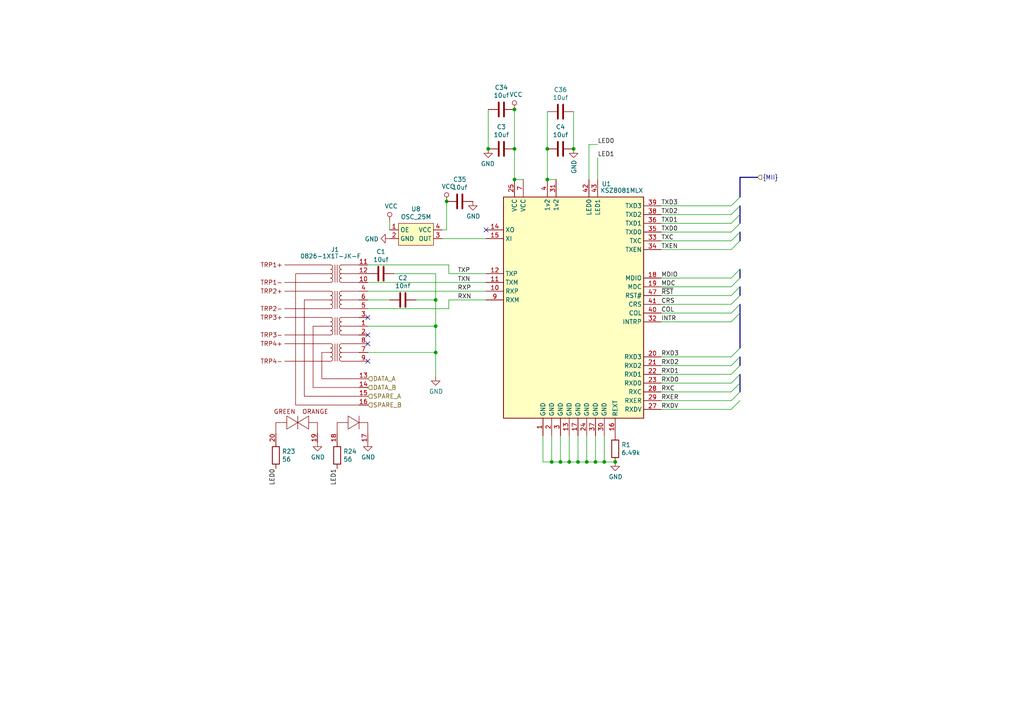
<source format=kicad_sch>
(kicad_sch (version 20200512) (host eeschema "5.99.0-unknown-711fc99~101~ubuntu20.04.1")
  (page 1 7)
  (paper "A4")
  (lib_symbols
    (symbol "Device:C" (pin_numbers hide) (pin_names (offset 0.254))
      (property "Reference" "C" (at 0.635 2.54 0))
      (property "Value" "C" (at 0.635 -2.54 0))
      (symbol "C_0_1"
        (polyline (pts (xy -2.032 -0.762) (xy 2.032 -0.762)) (stroke (width 0.508)))
        (polyline (pts (xy -2.032 0.762) (xy 2.032 0.762)) (stroke (width 0.508)))
      )
      (symbol "C_1_1"
        (pin passive line (at 0 3.81 270) (length 2.794) (name "~") (number "1"))
        (pin passive line (at 0 -3.81 90) (length 2.794) (name "~") (number "2"))
      )
    )
    (symbol "Device:C_1" (pin_numbers hide) (pin_names (offset 0.254))
      (property "Reference" "C" (at 0.635 2.54 0))
      (property "Value" "C" (at 0.635 -2.54 0))
      (symbol "C_1_0_1"
        (polyline (pts (xy -2.032 -0.762) (xy 2.032 -0.762)) (stroke (width 0.508)))
        (polyline (pts (xy -2.032 0.762) (xy 2.032 0.762)) (stroke (width 0.508)))
      )
      (symbol "C_1_1_1"
        (pin passive line (at 0 3.81 270) (length 2.794) (name "~") (number "1"))
        (pin passive line (at 0 -3.81 90) (length 2.794) (name "~") (number "2"))
      )
    )
    (symbol "Device:C_2" (pin_numbers hide) (pin_names (offset 0.254))
      (property "Reference" "C" (at 0.635 2.54 0))
      (property "Value" "C" (at 0.635 -2.54 0))
      (symbol "C_2_0_1"
        (polyline (pts (xy -2.032 -0.762) (xy 2.032 -0.762)) (stroke (width 0.508)))
        (polyline (pts (xy -2.032 0.762) (xy 2.032 0.762)) (stroke (width 0.508)))
      )
      (symbol "C_2_1_1"
        (pin passive line (at 0 3.81 270) (length 2.794) (name "~") (number "1"))
        (pin passive line (at 0 -3.81 90) (length 2.794) (name "~") (number "2"))
      )
    )
    (symbol "Device:C_3" (pin_numbers hide) (pin_names (offset 0.254))
      (property "Reference" "C" (at 0.635 2.54 0))
      (property "Value" "C" (at 0.635 -2.54 0))
      (symbol "C_3_0_1"
        (polyline (pts (xy -2.032 -0.762) (xy 2.032 -0.762)) (stroke (width 0.508)))
        (polyline (pts (xy -2.032 0.762) (xy 2.032 0.762)) (stroke (width 0.508)))
      )
      (symbol "C_3_1_1"
        (pin passive line (at 0 3.81 270) (length 2.794) (name "~") (number "1"))
        (pin passive line (at 0 -3.81 90) (length 2.794) (name "~") (number "2"))
      )
    )
    (symbol "Device:C_4" (pin_numbers hide) (pin_names (offset 0.254))
      (property "Reference" "C" (at 0.635 2.54 0))
      (property "Value" "C" (at 0.635 -2.54 0))
      (symbol "C_4_0_1"
        (polyline (pts (xy -2.032 -0.762) (xy 2.032 -0.762)) (stroke (width 0.508)))
        (polyline (pts (xy -2.032 0.762) (xy 2.032 0.762)) (stroke (width 0.508)))
      )
      (symbol "C_4_1_1"
        (pin passive line (at 0 3.81 270) (length 2.794) (name "~") (number "1"))
        (pin passive line (at 0 -3.81 90) (length 2.794) (name "~") (number "2"))
      )
    )
    (symbol "Device:C_5" (pin_numbers hide) (pin_names (offset 0.254))
      (property "Reference" "C" (at 0.635 2.54 0))
      (property "Value" "C" (at 0.635 -2.54 0))
      (symbol "C_5_0_1"
        (polyline (pts (xy -2.032 -0.762) (xy 2.032 -0.762)) (stroke (width 0.508)))
        (polyline (pts (xy -2.032 0.762) (xy 2.032 0.762)) (stroke (width 0.508)))
      )
      (symbol "C_5_1_1"
        (pin passive line (at 0 3.81 270) (length 2.794) (name "~") (number "1"))
        (pin passive line (at 0 -3.81 90) (length 2.794) (name "~") (number "2"))
      )
    )
    (symbol "Device:C_6" (pin_numbers hide) (pin_names (offset 0.254))
      (property "Reference" "C" (at 0.635 2.54 0))
      (property "Value" "C" (at 0.635 -2.54 0))
      (symbol "C_6_0_1"
        (polyline (pts (xy -2.032 -0.762) (xy 2.032 -0.762)) (stroke (width 0.508)))
        (polyline (pts (xy -2.032 0.762) (xy 2.032 0.762)) (stroke (width 0.508)))
      )
      (symbol "C_6_1_1"
        (pin passive line (at 0 3.81 270) (length 2.794) (name "~") (number "1"))
        (pin passive line (at 0 -3.81 90) (length 2.794) (name "~") (number "2"))
      )
    )
    (symbol "Device:R" (pin_numbers hide) (pin_names (offset 0))
      (property "Reference" "R" (at 2.032 0 90))
      (property "Value" "R" (at 0 0 90))
      (symbol "R_0_1"
        (rectangle (start -1.016 -2.54) (end 1.016 2.54) (stroke (width 0.254)))
      )
      (symbol "R_1_1"
        (pin passive line (at 0 3.81 270) (length 1.27) (name "~") (number "1"))
        (pin passive line (at 0 -3.81 90) (length 1.27) (name "~") (number "2"))
      )
    )
    (symbol "Device:R_1" (pin_numbers hide) (pin_names (offset 0))
      (property "Reference" "R" (at 2.032 0 90))
      (property "Value" "R" (at 0 0 90))
      (symbol "R_1_0_1"
        (rectangle (start -1.016 -2.54) (end 1.016 2.54) (stroke (width 0.254)))
      )
      (symbol "R_1_1_1"
        (pin passive line (at 0 3.81 270) (length 1.27) (name "~") (number "1"))
        (pin passive line (at 0 -3.81 90) (length 1.27) (name "~") (number "2"))
      )
    )
    (symbol "Device:R_2" (pin_numbers hide) (pin_names (offset 0))
      (property "Reference" "R" (at 2.032 0 90))
      (property "Value" "R" (at 0 0 90))
      (symbol "R_2_0_1"
        (rectangle (start -1.016 -2.54) (end 1.016 2.54) (stroke (width 0.254)))
      )
      (symbol "R_2_1_1"
        (pin passive line (at 0 3.81 270) (length 1.27) (name "~") (number "1"))
        (pin passive line (at 0 -3.81 90) (length 1.27) (name "~") (number "2"))
      )
    )
    (symbol "h75_poe:0826-1X1T-JK-F"
      (property "Reference" "J" (at -2.54 16.51 0))
      (property "Value" "0826-1X1T-JK-F" (at -2.54 18.415 0))
      (symbol "0826-1X1T-JK-F_0_1"
        (arc (start -4.445 13.97) (end -3.81 13.335) (radius (at -4.445 13.335) (length 0.635) (angles 90 0)))
        (arc (start -3.81 13.335) (end -4.445 12.7) (radius (at -4.445 13.335) (length 0.635) (angles 0 -90)))
        (arc (start -4.445 12.7) (end -3.81 12.065) (radius (at -4.445 12.065) (length 0.635) (angles 90 0)))
        (arc (start -3.81 12.065) (end -4.445 11.43) (radius (at -4.445 12.065) (length 0.635) (angles 0 -90)))
        (arc (start -4.445 11.43) (end -3.81 10.795) (radius (at -4.445 10.795) (length 0.635) (angles 90 0)))
        (arc (start -3.81 10.795) (end -4.445 10.16) (radius (at -4.445 10.795) (length 0.635) (angles 0 -90)))
        (arc (start -4.445 10.16) (end -3.81 9.525) (radius (at -4.445 9.525) (length 0.635) (angles 90 0)))
        (arc (start -3.81 9.525) (end -4.445 8.89) (radius (at -4.445 9.525) (length 0.635) (angles 0 -90)))
        (arc (start -4.445 6.35) (end -3.81 5.715) (radius (at -4.445 5.715) (length 0.635) (angles 90 0)))
        (arc (start -3.81 5.715) (end -4.445 5.08) (radius (at -4.445 5.715) (length 0.635) (angles 0 -90)))
        (arc (start -4.445 5.08) (end -3.81 4.445) (radius (at -4.445 4.445) (length 0.635) (angles 90 0)))
        (arc (start -3.81 4.445) (end -4.445 3.81) (radius (at -4.445 4.445) (length 0.635) (angles 0 -90)))
        (arc (start -4.445 3.81) (end -3.81 3.175) (radius (at -4.445 3.175) (length 0.635) (angles 90 0)))
        (arc (start -3.81 3.175) (end -4.445 2.54) (radius (at -4.445 3.175) (length 0.635) (angles 0 -90)))
        (arc (start -4.445 2.54) (end -3.81 1.905) (radius (at -4.445 1.905) (length 0.635) (angles 90 0)))
        (arc (start -3.81 1.905) (end -4.445 1.27) (radius (at -4.445 1.905) (length 0.635) (angles 0 -90)))
        (arc (start -4.445 -1.27) (end -3.81 -1.905) (radius (at -4.445 -1.905) (length 0.635) (angles 90 0)))
        (arc (start -3.81 -1.905) (end -4.445 -2.54) (radius (at -4.445 -1.905) (length 0.635) (angles 0 -90)))
        (arc (start -4.445 -2.54) (end -3.81 -3.175) (radius (at -4.445 -3.175) (length 0.635) (angles 90 0)))
        (arc (start -3.81 -3.175) (end -4.445 -3.81) (radius (at -4.445 -3.175) (length 0.635) (angles 0 -90)))
        (arc (start -4.445 -3.81) (end -3.81 -4.445) (radius (at -4.445 -4.445) (length 0.635) (angles 90 0)))
        (arc (start -3.81 -4.445) (end -4.445 -5.08) (radius (at -4.445 -4.445) (length 0.635) (angles 0 -90)))
        (arc (start -4.445 -5.08) (end -3.81 -5.715) (radius (at -4.445 -5.715) (length 0.635) (angles 90 0)))
        (arc (start -3.81 -5.715) (end -4.445 -6.35) (radius (at -4.445 -5.715) (length 0.635) (angles 0 -90)))
        (arc (start -4.445 -8.89) (end -3.81 -9.525) (radius (at -4.445 -9.525) (length 0.635) (angles 90 0)))
        (arc (start -3.81 -9.525) (end -4.445 -10.16) (radius (at -4.445 -9.525) (length 0.635) (angles 0 -90)))
        (arc (start -4.445 -10.16) (end -3.81 -10.795) (radius (at -4.445 -10.795) (length 0.635) (angles 90 0)))
        (arc (start -3.81 -10.795) (end -4.445 -11.43) (radius (at -4.445 -10.795) (length 0.635) (angles 0 -90)))
        (arc (start -4.445 -11.43) (end -3.81 -12.065) (radius (at -4.445 -12.065) (length 0.635) (angles 90 0)))
        (arc (start -3.81 -12.065) (end -4.445 -12.7) (radius (at -4.445 -12.065) (length 0.635) (angles 0 -90)))
        (arc (start -4.445 -12.7) (end -3.81 -13.335) (radius (at -4.445 -13.335) (length 0.635) (angles 90 0)))
        (arc (start -3.81 -13.335) (end -4.445 -13.97) (radius (at -4.445 -13.335) (length 0.635) (angles 0 -90)))
        (arc (start -1.905 13.335) (end -1.27 13.97) (radius (at -1.27 13.335) (length 0.635) (angles 180 90)))
        (arc (start -1.27 12.7) (end -1.905 13.335) (radius (at -1.27 13.335) (length 0.635) (angles -90 180)))
        (arc (start -1.905 12.065) (end -1.27 12.7) (radius (at -1.27 12.065) (length 0.635) (angles 180 90)))
        (arc (start -1.27 11.43) (end -1.905 12.065) (radius (at -1.27 12.065) (length 0.635) (angles -90 180)))
        (arc (start -1.905 10.795) (end -1.27 11.43) (radius (at -1.27 10.795) (length 0.635) (angles 180 90)))
        (arc (start -1.27 10.16) (end -1.905 10.795) (radius (at -1.27 10.795) (length 0.635) (angles -90 180)))
        (arc (start -1.905 9.525) (end -1.27 10.16) (radius (at -1.27 9.525) (length 0.635) (angles 180 90)))
        (arc (start -1.27 8.89) (end -1.905 9.525) (radius (at -1.27 9.525) (length 0.635) (angles -90 180)))
        (arc (start -1.905 5.715) (end -1.27 6.35) (radius (at -1.27 5.715) (length 0.635) (angles 180 90)))
        (arc (start -1.27 5.08) (end -1.905 5.715) (radius (at -1.27 5.715) (length 0.635) (angles -90 180)))
        (arc (start -1.905 4.445) (end -1.27 5.08) (radius (at -1.27 4.445) (length 0.635) (angles 180 90)))
        (arc (start -1.27 3.81) (end -1.905 4.445) (radius (at -1.27 4.445) (length 0.635) (angles -90 180)))
        (arc (start -1.905 3.175) (end -1.27 3.81) (radius (at -1.27 3.175) (length 0.635) (angles 180 90)))
        (arc (start -1.27 2.54) (end -1.905 3.175) (radius (at -1.27 3.175) (length 0.635) (angles -90 180)))
        (arc (start -1.905 1.905) (end -1.27 2.54) (radius (at -1.27 1.905) (length 0.635) (angles 180 90)))
        (arc (start -1.27 1.27) (end -1.905 1.905) (radius (at -1.27 1.905) (length 0.635) (angles -90 180)))
        (arc (start -1.905 -1.905) (end -1.27 -1.27) (radius (at -1.27 -1.905) (length 0.635) (angles 180 90)))
        (arc (start -1.27 -2.54) (end -1.905 -1.905) (radius (at -1.27 -1.905) (length 0.635) (angles -90 180)))
        (arc (start -1.905 -3.175) (end -1.27 -2.54) (radius (at -1.27 -3.175) (length 0.635) (angles 180 90)))
        (arc (start -1.27 -3.81) (end -1.905 -3.175) (radius (at -1.27 -3.175) (length 0.635) (angles -90 180)))
        (arc (start -1.905 -4.445) (end -1.27 -3.81) (radius (at -1.27 -4.445) (length 0.635) (angles 180 90)))
        (arc (start -1.27 -5.08) (end -1.905 -4.445) (radius (at -1.27 -4.445) (length 0.635) (angles -90 180)))
        (arc (start -1.905 -5.715) (end -1.27 -5.08) (radius (at -1.27 -5.715) (length 0.635) (angles 180 90)))
        (arc (start -1.27 -6.35) (end -1.905 -5.715) (radius (at -1.27 -5.715) (length 0.635) (angles -90 180)))
        (arc (start -1.905 -9.525) (end -1.27 -8.89) (radius (at -1.27 -9.525) (length 0.635) (angles 180 90)))
        (arc (start -1.27 -10.16) (end -1.905 -9.525) (radius (at -1.27 -9.525) (length 0.635) (angles -90 180)))
        (arc (start -1.905 -10.795) (end -1.27 -10.16) (radius (at -1.27 -10.795) (length 0.635) (angles 180 90)))
        (arc (start -1.27 -11.43) (end -1.905 -10.795) (radius (at -1.27 -10.795) (length 0.635) (angles -90 180)))
        (arc (start -1.905 -12.065) (end -1.27 -11.43) (radius (at -1.27 -12.065) (length 0.635) (angles 180 90)))
        (arc (start -1.27 -12.7) (end -1.905 -12.065) (radius (at -1.27 -12.065) (length 0.635) (angles -90 180)))
        (arc (start -1.905 -13.335) (end -1.27 -12.7) (radius (at -1.27 -13.335) (length 0.635) (angles 180 90)))
        (arc (start -1.27 -13.97) (end -1.905 -13.335) (radius (at -1.27 -13.335) (length 0.635) (angles -90 180)))
        (polyline (pts (xy -4.445 13.97) (xy -9.525 13.97)))
        (polyline (pts (xy -4.445 11.43) (xy -9.525 11.43)))
        (polyline (pts (xy -4.445 8.89) (xy -9.525 8.89)))
        (polyline (pts (xy -4.445 6.35) (xy -9.525 6.35)))
        (polyline (pts (xy -4.445 3.81) (xy -9.525 3.81)))
        (polyline (pts (xy -4.445 1.27) (xy -9.525 1.27)))
        (polyline (pts (xy -4.445 -1.27) (xy -9.525 -1.27)))
        (polyline (pts (xy -4.445 -3.81) (xy -9.525 -3.81)))
        (polyline (pts (xy -4.445 -6.35) (xy -9.525 -6.35)))
        (polyline (pts (xy -4.445 -8.89) (xy -9.525 -8.89)))
        (polyline (pts (xy -4.445 -11.43) (xy -9.525 -11.43)))
        (polyline (pts (xy -4.445 -13.97) (xy -9.525 -13.97)))
        (polyline (pts (xy -3.175 -8.89) (xy -3.175 -13.97)))
        (polyline (pts (xy -2.54 -8.89) (xy -2.54 -13.97)))
        (polyline (pts (xy -3.175 -1.27) (xy -3.175 -6.35)))
        (polyline (pts (xy -2.54 -1.27) (xy -2.54 -6.35)))
        (polyline (pts (xy -3.175 6.35) (xy -3.175 1.27)))
        (polyline (pts (xy -2.54 6.35) (xy -2.54 1.27)))
        (polyline (pts (xy -3.175 13.97) (xy -3.175 8.89)))
        (polyline (pts (xy -2.54 13.97) (xy -2.54 8.89)))
        (polyline (pts (xy -1.27 13.97) (xy 12.065 13.97)))
        (polyline (pts (xy -1.27 11.43) (xy 3.81 11.43)))
        (polyline (pts (xy -1.27 8.89) (xy 12.065 8.89)))
        (polyline (pts (xy -1.27 6.35) (xy 12.065 6.35)))
        (polyline (pts (xy -1.27 3.81) (xy 6.35 3.81)))
        (polyline (pts (xy -1.27 1.27) (xy 12.065 1.27)))
        (polyline (pts (xy -1.27 -1.27) (xy 12.065 -1.27)))
        (polyline (pts (xy -1.27 -3.81) (xy 3.81 -3.81)))
        (polyline (pts (xy -1.27 -6.35) (xy 12.065 -6.35)))
        (polyline (pts (xy -1.27 -8.89) (xy 12.065 -8.89)))
        (polyline (pts (xy -1.27 -13.97) (xy 12.065 -13.97)))
        (polyline (pts (xy -1.27 -11.43) (xy 1.27 -11.43) (xy 1.27 -19.05) (xy -9.525 -19.05)))
        (polyline (pts (xy 3.81 -3.81) (xy 3.81 -21.59) (xy -9.525 -21.59)))
        (polyline (pts (xy 6.35 3.81) (xy 6.35 -24.13) (xy -9.525 -24.13)))
        (polyline (pts (xy 3.81 11.43) (xy 8.89 11.43) (xy 8.89 -26.67) (xy -9.525 -26.67)))
        (polyline (pts (xy -12.065 -34.925) (xy -12.065 -31.75) (xy -9.525 -31.75)))
        (polyline (pts (xy -9.525 -29.845) (xy -9.525 -33.655)))
        (polyline (pts (xy -9.525 -31.75) (xy -6.35 -29.845) (xy -6.35 -33.655) (xy -9.525 -31.75)))
        (polyline (pts (xy -6.35 -31.75) (xy -3.175 -31.75) (xy -3.175 -34.925)))
        (polyline (pts (xy 2.54 -34.925) (xy 2.54 -31.75) (xy 5.08 -31.75)))
        (polyline (pts (xy 8.255 -29.845) (xy 8.255 -33.655)))
        (polyline (pts (xy 8.255 -31.75) (xy 11.43 -29.845) (xy 11.43 -33.655) (xy 8.255 -31.75)))
        (polyline (pts (xy 11.43 -31.75) (xy 14.605 -31.75) (xy 14.605 -34.925)))
        (polyline (pts (xy 8.255 -31.75) (xy 5.08 -33.655) (xy 5.08 -29.845) (xy 8.255 -31.75)))
      )
      (symbol "0826-1X1T-JK-F_0_0"
        (text "" (at -4.445 13.97 0) (effects (font (size 1.27 1.27))))
        (text "" (at -2.54 16.51 0) (effects (font (size 1.27 1.27))))
        (text "" (at -1.27 16.51 0) (effects (font (size 1.27 1.27))))
        (text "" (at -3.175 14.605 0) (effects (font (size 1.27 1.27))))
        (text "" (at -2.54 16.51 0) (effects (font (size 1.27 1.27))))
        (text "" (at -1.905 17.78 0) (effects (font (size 1.27 1.27))))
        (text "" (at 5.08 -25.4 0) (effects (font (size 1.27 1.27))))
        (text "" (at -10.16 26.67 0) (effects (font (size 1.27 1.27))))
        (text "TRP1+" (at 15.875 13.97 0) (effects (font (size 1.27 1.27))))
        (text "TRP1-" (at 15.875 8.89 0) (effects (font (size 1.27 1.27))))
        (text "TRP2+" (at 15.875 6.35 0) (effects (font (size 1.27 1.27))))
        (text "TRP2-" (at 15.875 1.27 0) (effects (font (size 1.27 1.27))))
        (text "TRP3+" (at 15.875 -1.27 0) (effects (font (size 1.27 1.27))))
        (text "TRP3-" (at 15.875 -6.35 0) (effects (font (size 1.27 1.27))))
        (text "TRP4+" (at 15.875 -8.89 0) (effects (font (size 1.27 1.27))))
        (text "TRP4-" (at 15.875 -13.97 0) (effects (font (size 1.27 1.27))))
        (text "" (at 13.335 -35.56 0) (effects (font (size 1.27 1.27))))
        (text "" (at 9.525 -31.75 0) (effects (font (size 1.27 1.27))))
        (text "" (at 5.715 -3.81 0) (effects (font (size 1.27 1.27))))
        (text "ORANGE" (at 3.175 -28.575 0) (effects (font (size 1.27 1.27))))
        (text "GREEN" (at 12.065 -28.575 0) (effects (font (size 1.27 1.27))))
      )
      (symbol "0826-1X1T-JK-F_1_1"
        (pin input line (at -12.065 -19.05 0) (length 2.54) (name "~") (number "13"))
        (pin input line (at -12.065 -21.59 0) (length 2.54) (name "~") (number "14"))
        (pin input line (at -12.065 -3.81 0) (length 2.54) (name "~") (number "1"))
        (pin input line (at -12.065 -6.35 0) (length 2.54) (name "~") (number "2"))
        (pin input line (at -12.065 -1.27 0) (length 2.54) (name "~") (number "3"))
        (pin input line (at -12.065 6.35 0) (length 2.54) (name "~") (number "4"))
        (pin input line (at -12.065 1.27 0) (length 2.54) (name "~") (number "5"))
        (pin input line (at -12.065 3.81 0) (length 2.54) (name "~") (number "6"))
        (pin input line (at -12.065 -11.43 0) (length 2.54) (name "~") (number "7"))
        (pin input line (at -12.065 -8.89 0) (length 2.54) (name "~") (number "8"))
        (pin input line (at -12.065 -13.97 0) (length 2.54) (name "~") (number "9"))
        (pin input line (at -12.065 8.89 0) (length 2.54) (name "~") (number "10"))
        (pin input line (at -12.065 13.97 0) (length 2.54) (name "~") (number "11"))
        (pin input line (at -12.065 11.43 0) (length 2.54) (name "~") (number "12"))
        (pin input line (at -12.065 -24.13 0) (length 2.54) (name "~") (number "15"))
        (pin input line (at -12.065 -26.67 0) (length 2.54) (name "~") (number "16"))
        (pin input line (at -12.065 -37.465 90) (length 2.54) (name "~") (number "17"))
        (pin input line (at -3.175 -37.465 90) (length 2.54) (name "~") (number "18"))
        (pin input line (at 2.54 -37.465 90) (length 2.54) (name "~") (number "19"))
        (pin input line (at 14.605 -37.465 90) (length 2.54) (name "~") (number "20"))
      )
    )
    (symbol "h75_poe:KSZ8081MLX" (pin_names (offset 0.508))
      (property "Reference" "U" (at -20.32 -34.29 0))
      (property "Value" "KSZ8081MLX" (at 20.32 34.29 0))
      (symbol "KSZ8081MLX_0_0"
        (rectangle (start -20.32 33.02) (end 20.32 -31.115) (stroke (width 0.254)) (fill (type background)))
      )
      (symbol "KSZ8081MLX_1_1"
        (pin power_in line (at -8.89 -36.195 90) (length 5.08) (name "GND") (number "1"))
        (pin power_in line (at -6.35 -36.195 90) (length 5.08) (name "GND") (number "2"))
        (pin power_in line (at -3.81 -36.195 90) (length 5.08) (name "GND") (number "3"))
        (pin power_in line (at -7.62 38.1 270) (length 5.08) (name "1v2") (number "4"))
        (pin unconnected line (at -15.24 -24.13 180) (length 5.08) (name "NC") (number "5") hide)
        (pin unconnected line (at -15.24 -21.59 180) (length 5.08) (name "NC") (number "6") hide)
        (pin power_in line (at -14.605 38.1 270) (length 5.08) (name "VCC") (number "7"))
        (pin unconnected line (at -15.24 -19.05 180) (length 5.08) (name "NC") (number "8") hide)
        (pin input line (at -25.4 3.175 0) (length 5.08) (name "RXM") (number "9"))
        (pin input line (at -25.4 5.715 0) (length 5.08) (name "RXP") (number "10"))
        (pin input line (at -25.4 8.255 0) (length 5.08) (name "TXM") (number "11"))
        (pin input line (at -25.4 10.795 0) (length 5.08) (name "TXP") (number "12"))
        (pin power_in line (at -1.27 -36.195 90) (length 5.08) (name "GND") (number "13"))
        (pin input line (at -25.4 23.495 0) (length 5.08) (name "XO") (number "14"))
        (pin input line (at -25.4 20.955 0) (length 5.08) (name "XI") (number "15"))
        (pin input line (at 12.065 -36.195 90) (length 5.08) (name "REXT") (number "16"))
        (pin power_in line (at 1.27 -36.195 90) (length 5.08) (name "GND") (number "17"))
        (pin input line (at 25.4 9.525 180) (length 5.08) (name "MDIO") (number "18"))
        (pin input line (at 25.4 6.985 180) (length 5.08) (name "MDC") (number "19"))
        (pin input line (at 25.4 -13.335 180) (length 5.08) (name "RXD3") (number "20"))
        (pin input line (at 25.4 -15.875 180) (length 5.08) (name "RXD2") (number "21"))
        (pin input line (at 25.4 -18.415 180) (length 5.08) (name "RXD1") (number "22"))
        (pin input line (at 25.4 -20.955 180) (length 5.08) (name "RXD0") (number "23"))
        (pin power_in line (at 3.81 -36.195 90) (length 5.08) (name "GND") (number "24"))
        (pin power_in line (at -17.145 38.1 270) (length 5.08) (name "VCC") (number "25"))
        (pin unconnected line (at -15.24 -16.51 180) (length 5.08) (name "NC") (number "26") hide)
        (pin input line (at 25.4 -28.575 180) (length 5.08) (name "RXDV") (number "27"))
        (pin input line (at 25.4 -23.495 180) (length 5.08) (name "RXC") (number "28"))
        (pin input line (at 25.4 -26.035 180) (length 5.08) (name "RXER") (number "29"))
        (pin power_in line (at 8.89 -36.195 90) (length 5.08) (name "GND") (number "30"))
        (pin power_in line (at -5.08 38.1 270) (length 5.08) (name "1v2") (number "31"))
        (pin input line (at 25.4 -3.175 180) (length 5.08) (name "INTRP") (number "32"))
        (pin input line (at 25.4 20.32 180) (length 5.08) (name "TXC") (number "33"))
        (pin input line (at 25.4 17.78 180) (length 5.08) (name "TXEN") (number "34"))
        (pin input line (at 25.4 22.86 180) (length 5.08) (name "TXD0") (number "35"))
        (pin input line (at 25.4 25.4 180) (length 5.08) (name "TXD1") (number "36"))
        (pin power_in line (at 6.35 -36.195 90) (length 5.08) (name "GND") (number "37"))
        (pin input line (at 25.4 27.94 180) (length 5.08) (name "TXD2") (number "38"))
        (pin input line (at 25.4 30.48 180) (length 5.08) (name "TXD3") (number "39"))
        (pin input line (at 25.4 -0.635 180) (length 5.08) (name "COL") (number "40"))
        (pin input line (at 25.4 1.905 180) (length 5.08) (name "CRS") (number "41"))
        (pin input line (at 4.445 38.1 270) (length 5.08) (name "LED0") (number "42"))
        (pin input line (at 6.985 38.1 270) (length 5.08) (name "LED1") (number "43"))
        (pin unconnected line (at -15.24 -6.35 180) (length 5.08) (name "TEST/NC") (number "44") hide)
        (pin unconnected line (at -15.24 -8.89 180) (length 5.08) (name "NC") (number "45") hide)
        (pin unconnected line (at -15.24 -11.43 180) (length 5.08) (name "NC") (number "46") hide)
        (pin input line (at 25.4 4.445 180) (length 5.08) (name "RST#") (number "47"))
        (pin unconnected line (at -15.24 -13.97 180) (length 5.08) (name "NC") (number "48") hide)
      )
    )
    (symbol "h75_poe:OSC_25M"
      (property "Reference" "U" (at 0 1.27 0))
      (property "Value" "OSC_25M" (at 0 3.175 0))
      (symbol "OSC_25M_0_1"
        (rectangle (start 5.08 0) (end -5.08 -6.35) (stroke (width 0.152)) (fill (type background)))
      )
      (symbol "OSC_25M_0_0"
        (pin unspecified line (at -7.62 -1.905 0) (length 2.54) (name "OE") (number "1"))
        (pin unspecified line (at -7.62 -4.445 0) (length 2.54) (name "GND") (number "2"))
        (pin unspecified line (at 7.62 -4.445 180) (length 2.54) (name "OUT") (number "3"))
        (pin unspecified line (at 7.62 -1.905 180) (length 2.54) (name "VCC") (number "4"))
      )
    )
    (symbol "power:GND" (power) (pin_names (offset 0))
      (property "Value" "GND" (at 0 -3.81 0))
      (symbol "GND_0_1"
        (polyline (pts (xy 0 0) (xy 0 -1.27) (xy 1.27 -1.27) (xy 0 -2.54) (xy -1.27 -1.27) (xy 0 -1.27)))
      )
      (symbol "GND_1_1"
        (pin power_in line (at 0 0 270) (length 0) (name "GND") (number "1") hide)
      )
    )
    (symbol "power:VCC" (power) (pin_names (offset 0))
      (property "Value" "VCC" (at 0 3.81 0))
      (symbol "VCC_0_1"
        (circle (center 0 1.905) (radius 0.635))
        (polyline (pts (xy 0 0) (xy 0 1.27)))
      )
      (symbol "VCC_1_1"
        (pin power_in line (at 0 0 90) (length 0) (name "VCC") (number "1") hide)
      )
    )
  )
  (bus_alias "MII" (members "TXD[3..0]" "TXC" "TXEN" "RXD[3..0]" "RXC" "RXDV" "RXER" "CRS" "COL" "INTR" "~RST" "MDIO" "MDC"))
  (junction (at 126.365 86.995))
  (junction (at 126.365 94.615))
  (junction (at 126.365 102.235))
  (junction (at 129.54 58.42))
  (junction (at 141.605 43.18))
  (junction (at 149.225 31.75))
  (junction (at 149.225 43.18))
  (junction (at 149.225 52.07))
  (junction (at 158.75 43.18))
  (junction (at 158.75 52.07))
  (junction (at 160.02 133.985))
  (junction (at 162.56 133.985))
  (junction (at 165.1 133.985))
  (junction (at 166.37 43.18))
  (junction (at 167.64 133.985))
  (junction (at 170.18 133.985))
  (junction (at 172.72 133.985))
  (junction (at 175.26 133.985))
  (junction (at 178.435 133.985))
  (no_connect (at 106.68 104.775))
  (no_connect (at 106.68 99.695))
  (no_connect (at 106.68 97.155))
  (no_connect (at 106.68 92.075))
  (no_connect (at 140.97 66.675))
  (bus_entry (at 212.09 59.69) (size 2.54 -2.54))
  (bus_entry (at 212.09 62.23) (size 2.54 -2.54))
  (bus_entry (at 212.09 64.77) (size 2.54 -2.54))
  (bus_entry (at 212.09 67.31) (size 2.54 -2.54))
  (bus_entry (at 212.09 69.85) (size 2.54 -2.54))
  (bus_entry (at 212.09 72.39) (size 2.54 -2.54))
  (bus_entry (at 212.09 80.645) (size 2.54 -2.54))
  (bus_entry (at 212.09 83.185) (size 2.54 -2.54))
  (bus_entry (at 212.09 85.725) (size 2.54 -2.54))
  (bus_entry (at 212.09 88.265) (size 2.54 -2.54))
  (bus_entry (at 212.09 90.805) (size 2.54 -2.54))
  (bus_entry (at 212.09 93.345) (size 2.54 -2.54))
  (bus_entry (at 212.09 103.505) (size 2.54 -2.54))
  (bus_entry (at 212.09 106.045) (size 2.54 -2.54))
  (bus_entry (at 212.09 108.585) (size 2.54 -2.54))
  (bus_entry (at 212.09 111.125) (size 2.54 -2.54))
  (bus_entry (at 212.09 113.665) (size 2.54 -2.54))
  (bus_entry (at 212.09 116.205) (size 2.54 -2.54))
  (bus_entry (at 212.09 118.745) (size 2.54 -2.54))
  (wire (pts (xy 106.68 76.835) (xy 130.175 76.835)))
  (wire (pts (xy 106.68 81.915) (xy 140.97 81.915)))
  (wire (pts (xy 106.68 84.455) (xy 140.97 84.455)))
  (wire (pts (xy 106.68 86.995) (xy 113.03 86.995)))
  (wire (pts (xy 106.68 89.535) (xy 130.175 89.535)))
  (wire (pts (xy 106.68 94.615) (xy 126.365 94.615)))
  (wire (pts (xy 106.68 102.235) (xy 126.365 102.235)))
  (wire (pts (xy 113.03 64.135) (xy 113.03 66.675)))
  (wire (pts (xy 114.3 79.375) (xy 126.365 79.375)))
  (wire (pts (xy 120.65 86.995) (xy 126.365 86.995)))
  (wire (pts (xy 126.365 79.375) (xy 126.365 86.995)))
  (wire (pts (xy 126.365 86.995) (xy 126.365 94.615)))
  (wire (pts (xy 126.365 94.615) (xy 126.365 102.235)))
  (wire (pts (xy 126.365 102.235) (xy 126.365 109.22)))
  (wire (pts (xy 128.27 66.675) (xy 129.54 66.675)))
  (wire (pts (xy 128.27 69.215) (xy 140.97 69.215)))
  (wire (pts (xy 129.54 58.42) (xy 129.54 66.675)))
  (wire (pts (xy 130.175 76.835) (xy 130.175 79.375)))
  (wire (pts (xy 130.175 79.375) (xy 140.97 79.375)))
  (wire (pts (xy 130.175 86.995) (xy 140.97 86.995)))
  (wire (pts (xy 130.175 89.535) (xy 130.175 86.995)))
  (wire (pts (xy 141.605 31.75) (xy 141.605 43.18)))
  (wire (pts (xy 149.225 31.75) (xy 149.225 43.18)))
  (wire (pts (xy 149.225 43.18) (xy 149.225 52.07)))
  (wire (pts (xy 149.225 52.07) (xy 151.765 52.07)))
  (wire (pts (xy 157.48 126.365) (xy 157.48 133.985)))
  (wire (pts (xy 157.48 133.985) (xy 160.02 133.985)))
  (wire (pts (xy 158.75 32.385) (xy 158.75 43.18)))
  (wire (pts (xy 158.75 43.18) (xy 158.75 52.07)))
  (wire (pts (xy 158.75 52.07) (xy 161.29 52.07)))
  (wire (pts (xy 160.02 126.365) (xy 160.02 133.985)))
  (wire (pts (xy 160.02 133.985) (xy 162.56 133.985)))
  (wire (pts (xy 162.56 126.365) (xy 162.56 133.985)))
  (wire (pts (xy 162.56 133.985) (xy 165.1 133.985)))
  (wire (pts (xy 165.1 126.365) (xy 165.1 133.985)))
  (wire (pts (xy 165.1 133.985) (xy 167.64 133.985)))
  (wire (pts (xy 166.37 32.385) (xy 166.37 43.18)))
  (wire (pts (xy 167.64 126.365) (xy 167.64 133.985)))
  (wire (pts (xy 167.64 133.985) (xy 170.18 133.985)))
  (wire (pts (xy 170.18 126.365) (xy 170.18 133.985)))
  (wire (pts (xy 170.18 133.985) (xy 172.72 133.985)))
  (wire (pts (xy 170.815 41.91) (xy 173.355 41.91)))
  (wire (pts (xy 170.815 52.07) (xy 170.815 41.91)))
  (wire (pts (xy 172.72 126.365) (xy 172.72 133.985)))
  (wire (pts (xy 172.72 133.985) (xy 175.26 133.985)))
  (wire (pts (xy 173.355 45.72) (xy 173.355 52.07)))
  (wire (pts (xy 175.26 126.365) (xy 175.26 133.985)))
  (wire (pts (xy 175.26 133.985) (xy 178.435 133.985)))
  (wire (pts (xy 191.77 59.69) (xy 212.09 59.69)))
  (wire (pts (xy 191.77 62.23) (xy 212.09 62.23)))
  (wire (pts (xy 191.77 64.77) (xy 212.09 64.77)))
  (wire (pts (xy 191.77 67.31) (xy 212.09 67.31)))
  (wire (pts (xy 191.77 69.85) (xy 212.09 69.85)))
  (wire (pts (xy 191.77 72.39) (xy 212.09 72.39)))
  (wire (pts (xy 191.77 80.645) (xy 212.09 80.645)))
  (wire (pts (xy 191.77 83.185) (xy 212.09 83.185)))
  (wire (pts (xy 191.77 85.725) (xy 212.09 85.725)))
  (wire (pts (xy 191.77 88.265) (xy 212.09 88.265)))
  (wire (pts (xy 191.77 90.805) (xy 212.09 90.805)))
  (wire (pts (xy 191.77 93.345) (xy 212.09 93.345)))
  (wire (pts (xy 191.77 103.505) (xy 212.09 103.505)))
  (wire (pts (xy 191.77 106.045) (xy 212.09 106.045)))
  (wire (pts (xy 191.77 108.585) (xy 212.09 108.585)))
  (wire (pts (xy 191.77 111.125) (xy 212.09 111.125)))
  (wire (pts (xy 191.77 113.665) (xy 212.09 113.665)))
  (wire (pts (xy 191.77 116.205) (xy 212.09 116.205)))
  (wire (pts (xy 191.77 118.745) (xy 212.09 118.745)))
  (bus (pts (xy 214.63 51.435) (xy 214.63 59.69)))
  (bus (pts (xy 214.63 51.435) (xy 219.71 51.435)))
  (bus (pts (xy 214.63 59.69) (xy 214.63 62.23)))
  (bus (pts (xy 214.63 62.23) (xy 214.63 67.31)))
  (bus (pts (xy 214.63 67.31) (xy 214.63 78.105)))
  (bus (pts (xy 214.63 78.105) (xy 214.63 83.185)))
  (bus (pts (xy 214.63 83.185) (xy 214.63 88.265)))
  (bus (pts (xy 214.63 88.265) (xy 214.63 90.805)))
  (bus (pts (xy 214.63 90.805) (xy 214.63 103.505)))
  (bus (pts (xy 214.63 103.505) (xy 214.63 108.585)))
  (bus (pts (xy 214.63 108.585) (xy 214.63 111.125)))
  (bus (pts (xy 214.63 111.125) (xy 214.63 116.205)))
  (label "LED0" (at 80.01 135.89 270))
  (label "LED1" (at 97.79 135.89 270))
  (label "TXP" (at 132.715 79.375 0))
  (label "TXN" (at 132.715 81.915 0))
  (label "RXP" (at 132.715 84.455 0))
  (label "RXN" (at 132.715 86.995 0))
  (label "LED0" (at 173.355 41.91 0))
  (label "LED1" (at 173.355 45.72 0))
  (label "TXD3" (at 191.77 59.69 0))
  (label "TXD2" (at 191.77 62.23 0))
  (label "TXD1" (at 191.77 64.77 0))
  (label "TXD0" (at 191.77 67.31 0))
  (label "TXC" (at 191.77 69.85 0))
  (label "TXEN" (at 191.77 72.39 0))
  (label "MDIO" (at 191.77 80.645 0))
  (label "MDC" (at 191.77 83.185 0))
  (label "~RST" (at 191.77 85.725 0))
  (label "CRS" (at 191.77 88.265 0))
  (label "COL" (at 191.77 90.805 0))
  (label "INTR" (at 191.77 93.345 0))
  (label "RXD3" (at 191.77 103.505 0))
  (label "RXD2" (at 191.77 106.045 0))
  (label "RXD1" (at 191.77 108.585 0))
  (label "RXD0" (at 191.77 111.125 0))
  (label "RXC" (at 191.77 113.665 0))
  (label "RXER" (at 191.77 116.205 0))
  (label "RXDV" (at 191.77 118.745 0))
  (hierarchical_label "DATA_A" (shape input) (at 106.68 109.855 0))
  (hierarchical_label "DATA_B" (shape input) (at 106.68 112.395 0))
  (hierarchical_label "SPARE_A" (shape input) (at 106.68 114.935 0))
  (hierarchical_label "SPARE_B" (shape input) (at 106.68 117.475 0))
  (hierarchical_label "{MII}" (shape input) (at 219.71 51.435 0))
  (symbol (lib_id "power:VCC") (at 113.03 64.135 0) (unit 1)
    (property "Reference" "#PWR0170" (effects hide))
    (property "Value" "VCC" (at 113.4618 59.8106 0))
  )
  (symbol (lib_id "power:VCC") (at 129.54 58.42 0) (unit 1)
    (property "Reference" "#PWR0171" (effects hide))
    (property "Value" "VCC" (at 129.9718 54.0956 0))
  )
  (symbol (lib_id "power:VCC") (at 149.225 31.75 0) (unit 1)
    (property "Reference" "#PWR0102" (effects hide))
    (property "Value" "VCC" (at 149.6568 27.4256 0))
  )
  (symbol (lib_id "power:GND") (at 92.075 128.27 0) (unit 1)
    (property "Reference" "#PWR0175" (effects hide))
    (property "Value" "GND" (at 92.1893 132.5944 0))
  )
  (symbol (lib_id "power:GND") (at 106.68 128.27 0) (unit 1)
    (property "Reference" "#PWR0174" (effects hide))
    (property "Value" "GND" (at 106.7943 132.5944 0))
  )
  (symbol (lib_id "power:GND") (at 113.03 69.215 270) (unit 1)
    (property "Reference" "#PWR0172" (effects hide))
    (property "Value" "GND" (at 109.855 69.3293 90) (effects (justify right)))
  )
  (symbol (lib_id "power:GND") (at 126.365 109.22 0) (unit 1)
    (property "Reference" "#PWR0105" (effects hide))
    (property "Value" "GND" (at 126.4793 113.5444 0))
  )
  (symbol (lib_id "power:GND") (at 137.16 58.42 0) (unit 1)
    (property "Reference" "#PWR0173" (effects hide))
    (property "Value" "GND" (at 137.2743 62.7444 0))
  )
  (symbol (lib_id "power:GND") (at 141.605 43.18 0) (mirror y) (unit 1)
    (property "Reference" "#PWR0103" (effects hide))
    (property "Value" "GND" (at 141.4907 47.5044 0))
  )
  (symbol (lib_id "power:GND") (at 166.37 43.18 0) (unit 1)
    (property "Reference" "#PWR0104" (effects hide))
    (property "Value" "GND" (at 166.4843 46.3551 90) (effects (justify right)))
  )
  (symbol (lib_id "power:GND") (at 178.435 133.985 0) (unit 1)
    (property "Reference" "#PWR0101" (effects hide))
    (property "Value" "GND" (at 178.5493 138.3094 0))
  )
  (symbol (lib_name "Device:R_1") (lib_id "Device:R") (at 80.01 132.08 0) (unit 1)
    (property "Reference" "R23" (at 81.7881 130.9306 0) (effects (justify left)))
    (property "Value" "56" (at 81.7881 133.2293 0) (effects (justify left)))
    (property "Footprint" "Resistor_SMD:R_0402_1005Metric" (effects hide))
  )
  (symbol (lib_name "Device:R_2") (lib_id "Device:R") (at 97.79 132.08 0) (unit 1)
    (property "Reference" "R24" (at 99.5681 130.9306 0) (effects (justify left)))
    (property "Value" "56" (at 99.5681 133.2293 0) (effects (justify left)))
    (property "Footprint" "Resistor_SMD:R_0402_1005Metric" (effects hide))
  )
  (symbol (lib_id "Device:R") (at 178.435 130.175 0) (unit 1)
    (property "Reference" "R1" (at 180.2131 129.0256 0) (effects (justify left)))
    (property "Value" "6.49k" (at 180.2131 131.3243 0) (effects (justify left)))
    (property "Footprint" "Resistor_SMD:R_0402_1005Metric" (effects hide))
  )
  (symbol (lib_id "Device:C") (at 110.49 79.375 90) (unit 1)
    (property "Reference" "C1" (at 110.49 73.0058 90))
    (property "Value" "10uf" (at 110.49 75.3045 90))
    (property "Footprint" "Capacitor_SMD:C_0805_2012Metric" (effects hide))
  )
  (symbol (lib_name "Device:C_2") (lib_id "Device:C") (at 116.84 86.995 90) (unit 1)
    (property "Reference" "C2" (at 116.84 80.6258 90))
    (property "Value" "10nf" (at 116.84 82.9245 90))
    (property "Footprint" "Capacitor_SMD:C_0805_2012Metric" (effects hide))
  )
  (symbol (lib_name "Device:C_1") (lib_id "Device:C") (at 133.35 58.42 90) (unit 1)
    (property "Reference" "C35" (at 133.35 52.0508 90))
    (property "Value" "10uf" (at 133.35 54.3495 90))
    (property "Footprint" "Capacitor_SMD:C_0402_1005Metric" (effects hide))
  )
  (symbol (lib_name "Device:C_4") (lib_id "Device:C") (at 145.415 31.75 270) (mirror x) (unit 1)
    (property "Reference" "C34" (at 145.415 25.3808 90))
    (property "Value" "10uf" (at 145.415 27.6795 90))
    (property "Footprint" "Capacitor_SMD:C_0402_1005Metric" (effects hide))
  )
  (symbol (lib_name "Device:C_3") (lib_id "Device:C") (at 145.415 43.18 270) (mirror x) (unit 1)
    (property "Reference" "C3" (at 145.415 36.8108 90))
    (property "Value" "10uf" (at 145.415 39.1095 90))
    (property "Footprint" "Capacitor_SMD:C_0402_1005Metric" (effects hide))
  )
  (symbol (lib_name "Device:C_5") (lib_id "Device:C") (at 162.56 32.385 90) (unit 1)
    (property "Reference" "C36" (at 162.56 26.0158 90))
    (property "Value" "10uf" (at 162.56 28.3145 90))
    (property "Footprint" "Capacitor_SMD:C_0402_1005Metric" (effects hide))
  )
  (symbol (lib_name "Device:C_6") (lib_id "Device:C") (at 162.56 43.18 90) (unit 1)
    (property "Reference" "C4" (at 162.56 36.8108 90))
    (property "Value" "10uf" (at 162.56 39.1095 90))
    (property "Footprint" "Capacitor_SMD:C_0402_1005Metric" (effects hide))
  )
  (symbol (lib_id "h75_poe:OSC_25M") (at 120.65 64.77 0) (unit 1)
    (property "Reference" "U8" (at 120.65 60.6108 0))
    (property "Value" "OSC_25M" (at 120.65 62.9095 0))
    (property "Footprint" "hub75_poe:SOIC-4" (effects hide))
  )
  (symbol (lib_id "h75_poe:0826-1X1T-JK-F") (at 94.615 90.805 0) (mirror y) (unit 1)
    (property "Reference" "J1" (at 97.155 72.39 0))
    (property "Value" "0826-1X1T-JK-F" (at 95.885 74.295 0))
    (property "Footprint" "hub75_poe:08261X1TGHF" (effects hide))
  )
  (symbol (lib_id "h75_poe:KSZ8081MLX") (at 166.37 90.17 0) (unit 1)
    (property "Reference" "U1" (at 175.895 53.34 0))
    (property "Value" "KSZ8081MLX" (at 180.34 55.245 0))
    (property "Footprint" "Package_QFP:LQFP-48_7x7mm_P0.5mm" (effects hide))
  )
)
</source>
